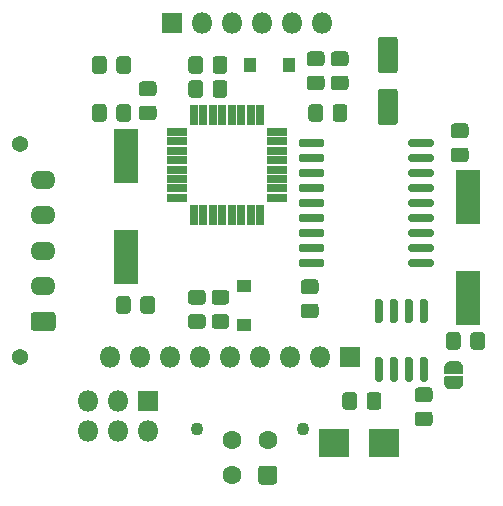
<source format=gbr>
%TF.GenerationSoftware,KiCad,Pcbnew,(5.1.6-0-10_14)*%
%TF.CreationDate,2021-01-24T21:36:40+01:00*%
%TF.ProjectId,CAN_Display,43414e5f-4469-4737-906c-61792e6b6963,rev?*%
%TF.SameCoordinates,Original*%
%TF.FileFunction,Soldermask,Top*%
%TF.FilePolarity,Negative*%
%FSLAX46Y46*%
G04 Gerber Fmt 4.6, Leading zero omitted, Abs format (unit mm)*
G04 Created by KiCad (PCBNEW (5.1.6-0-10_14)) date 2021-01-24 21:36:40*
%MOMM*%
%LPD*%
G01*
G04 APERTURE LIST*
%ADD10R,2.600000X2.400000*%
%ADD11O,1.800000X1.800000*%
%ADD12R,1.800000X1.800000*%
%ADD13C,0.100000*%
%ADD14R,1.300000X1.000000*%
%ADD15R,1.000000X1.300000*%
%ADD16C,1.600000*%
%ADD17C,1.100000*%
%ADD18O,2.120000X1.600000*%
%ADD19C,1.370000*%
%ADD20R,0.650000X1.700000*%
%ADD21R,1.700000X0.650000*%
%ADD22R,2.100000X4.600000*%
G04 APERTURE END LIST*
D10*
%TO.C,D1*%
X168892000Y-108204000D03*
X164592000Y-108204000D03*
%TD*%
%TO.C,C9*%
G36*
G01*
X168579625Y-78206000D02*
X169748375Y-78206000D01*
G75*
G02*
X170014000Y-78471625I0J-265625D01*
G01*
X170014000Y-81040375D01*
G75*
G02*
X169748375Y-81306000I-265625J0D01*
G01*
X168579625Y-81306000D01*
G75*
G02*
X168314000Y-81040375I0J265625D01*
G01*
X168314000Y-78471625D01*
G75*
G02*
X168579625Y-78206000I265625J0D01*
G01*
G37*
G36*
G01*
X168579625Y-73806000D02*
X169748375Y-73806000D01*
G75*
G02*
X170014000Y-74071625I0J-265625D01*
G01*
X170014000Y-76640375D01*
G75*
G02*
X169748375Y-76906000I-265625J0D01*
G01*
X168579625Y-76906000D01*
G75*
G02*
X168314000Y-76640375I0J265625D01*
G01*
X168314000Y-74071625D01*
G75*
G02*
X168579625Y-73806000I265625J0D01*
G01*
G37*
%TD*%
D11*
%TO.C,J5*%
X143764000Y-107188000D03*
X143764000Y-104648000D03*
X146304000Y-107188000D03*
X146304000Y-104648000D03*
X148844000Y-107188000D03*
D12*
X148844000Y-104648000D03*
%TD*%
D11*
%TO.C,J4*%
X163576000Y-72644000D03*
X161036000Y-72644000D03*
X158496000Y-72644000D03*
X155956000Y-72644000D03*
X153416000Y-72644000D03*
D12*
X150876000Y-72644000D03*
%TD*%
D11*
%TO.C,J1*%
X145680000Y-100920000D03*
X148220000Y-100920000D03*
X150760000Y-100920000D03*
X153300000Y-100920000D03*
X155840000Y-100920000D03*
X158380000Y-100920000D03*
X160920000Y-100920000D03*
X163460000Y-100920000D03*
D12*
X166000000Y-100920000D03*
%TD*%
%TO.C,R6*%
G36*
G01*
X162589738Y-77099000D02*
X163546262Y-77099000D01*
G75*
G02*
X163818000Y-77370738I0J-271738D01*
G01*
X163818000Y-78077262D01*
G75*
G02*
X163546262Y-78349000I-271738J0D01*
G01*
X162589738Y-78349000D01*
G75*
G02*
X162318000Y-78077262I0J271738D01*
G01*
X162318000Y-77370738D01*
G75*
G02*
X162589738Y-77099000I271738J0D01*
G01*
G37*
G36*
G01*
X162589738Y-75049000D02*
X163546262Y-75049000D01*
G75*
G02*
X163818000Y-75320738I0J-271738D01*
G01*
X163818000Y-76027262D01*
G75*
G02*
X163546262Y-76299000I-271738J0D01*
G01*
X162589738Y-76299000D01*
G75*
G02*
X162318000Y-76027262I0J271738D01*
G01*
X162318000Y-75320738D01*
G75*
G02*
X162589738Y-75049000I271738J0D01*
G01*
G37*
%TD*%
%TO.C,R5*%
G36*
G01*
X164621738Y-77099000D02*
X165578262Y-77099000D01*
G75*
G02*
X165850000Y-77370738I0J-271738D01*
G01*
X165850000Y-78077262D01*
G75*
G02*
X165578262Y-78349000I-271738J0D01*
G01*
X164621738Y-78349000D01*
G75*
G02*
X164350000Y-78077262I0J271738D01*
G01*
X164350000Y-77370738D01*
G75*
G02*
X164621738Y-77099000I271738J0D01*
G01*
G37*
G36*
G01*
X164621738Y-75049000D02*
X165578262Y-75049000D01*
G75*
G02*
X165850000Y-75320738I0J-271738D01*
G01*
X165850000Y-76027262D01*
G75*
G02*
X165578262Y-76299000I-271738J0D01*
G01*
X164621738Y-76299000D01*
G75*
G02*
X164350000Y-76027262I0J271738D01*
G01*
X164350000Y-75320738D01*
G75*
G02*
X164621738Y-75049000I271738J0D01*
G01*
G37*
%TD*%
%TO.C,R4*%
G36*
G01*
X154521738Y-97295000D02*
X155478262Y-97295000D01*
G75*
G02*
X155750000Y-97566738I0J-271738D01*
G01*
X155750000Y-98273262D01*
G75*
G02*
X155478262Y-98545000I-271738J0D01*
G01*
X154521738Y-98545000D01*
G75*
G02*
X154250000Y-98273262I0J271738D01*
G01*
X154250000Y-97566738D01*
G75*
G02*
X154521738Y-97295000I271738J0D01*
G01*
G37*
G36*
G01*
X154521738Y-95245000D02*
X155478262Y-95245000D01*
G75*
G02*
X155750000Y-95516738I0J-271738D01*
G01*
X155750000Y-96223262D01*
G75*
G02*
X155478262Y-96495000I-271738J0D01*
G01*
X154521738Y-96495000D01*
G75*
G02*
X154250000Y-96223262I0J271738D01*
G01*
X154250000Y-95516738D01*
G75*
G02*
X154521738Y-95245000I271738J0D01*
G01*
G37*
%TD*%
%TO.C,R2*%
G36*
G01*
X171733738Y-105547000D02*
X172690262Y-105547000D01*
G75*
G02*
X172962000Y-105818738I0J-271738D01*
G01*
X172962000Y-106525262D01*
G75*
G02*
X172690262Y-106797000I-271738J0D01*
G01*
X171733738Y-106797000D01*
G75*
G02*
X171462000Y-106525262I0J271738D01*
G01*
X171462000Y-105818738D01*
G75*
G02*
X171733738Y-105547000I271738J0D01*
G01*
G37*
G36*
G01*
X171733738Y-103497000D02*
X172690262Y-103497000D01*
G75*
G02*
X172962000Y-103768738I0J-271738D01*
G01*
X172962000Y-104475262D01*
G75*
G02*
X172690262Y-104747000I-271738J0D01*
G01*
X171733738Y-104747000D01*
G75*
G02*
X171462000Y-104475262I0J271738D01*
G01*
X171462000Y-103768738D01*
G75*
G02*
X171733738Y-103497000I271738J0D01*
G01*
G37*
%TD*%
%TO.C,R1*%
G36*
G01*
X154333000Y-76678262D02*
X154333000Y-75721738D01*
G75*
G02*
X154604738Y-75450000I271738J0D01*
G01*
X155311262Y-75450000D01*
G75*
G02*
X155583000Y-75721738I0J-271738D01*
G01*
X155583000Y-76678262D01*
G75*
G02*
X155311262Y-76950000I-271738J0D01*
G01*
X154604738Y-76950000D01*
G75*
G02*
X154333000Y-76678262I0J271738D01*
G01*
G37*
G36*
G01*
X152283000Y-76678262D02*
X152283000Y-75721738D01*
G75*
G02*
X152554738Y-75450000I271738J0D01*
G01*
X153261262Y-75450000D01*
G75*
G02*
X153533000Y-75721738I0J-271738D01*
G01*
X153533000Y-76678262D01*
G75*
G02*
X153261262Y-76950000I-271738J0D01*
G01*
X152554738Y-76950000D01*
G75*
G02*
X152283000Y-76678262I0J271738D01*
G01*
G37*
%TD*%
D13*
%TO.C,JP1*%
G36*
X173952602Y-101817889D02*
G01*
X173952602Y-101799466D01*
X173952843Y-101794565D01*
X173957653Y-101745734D01*
X173958373Y-101740881D01*
X173967945Y-101692756D01*
X173969137Y-101687995D01*
X173983381Y-101641040D01*
X173985034Y-101636421D01*
X174003811Y-101591088D01*
X174005909Y-101586651D01*
X174029040Y-101543378D01*
X174031562Y-101539171D01*
X174058822Y-101498372D01*
X174061746Y-101494430D01*
X174092874Y-101456501D01*
X174096169Y-101452866D01*
X174130866Y-101418169D01*
X174134501Y-101414874D01*
X174172430Y-101383746D01*
X174176372Y-101380822D01*
X174217171Y-101353562D01*
X174221378Y-101351040D01*
X174264651Y-101327909D01*
X174269088Y-101325811D01*
X174314421Y-101307034D01*
X174319040Y-101305381D01*
X174365995Y-101291137D01*
X174370756Y-101289945D01*
X174418881Y-101280373D01*
X174423734Y-101279653D01*
X174472565Y-101274843D01*
X174477466Y-101274602D01*
X174495889Y-101274602D01*
X174502000Y-101274000D01*
X175002000Y-101274000D01*
X175008111Y-101274602D01*
X175026534Y-101274602D01*
X175031435Y-101274843D01*
X175080266Y-101279653D01*
X175085119Y-101280373D01*
X175133244Y-101289945D01*
X175138005Y-101291137D01*
X175184960Y-101305381D01*
X175189579Y-101307034D01*
X175234912Y-101325811D01*
X175239349Y-101327909D01*
X175282622Y-101351040D01*
X175286829Y-101353562D01*
X175327628Y-101380822D01*
X175331570Y-101383746D01*
X175369499Y-101414874D01*
X175373134Y-101418169D01*
X175407831Y-101452866D01*
X175411126Y-101456501D01*
X175442254Y-101494430D01*
X175445178Y-101498372D01*
X175472438Y-101539171D01*
X175474960Y-101543378D01*
X175498091Y-101586651D01*
X175500189Y-101591088D01*
X175518966Y-101636421D01*
X175520619Y-101641040D01*
X175534863Y-101687995D01*
X175536055Y-101692756D01*
X175545627Y-101740881D01*
X175546347Y-101745734D01*
X175551157Y-101794565D01*
X175551398Y-101799466D01*
X175551398Y-101817889D01*
X175552000Y-101824000D01*
X175552000Y-102324000D01*
X175551039Y-102333755D01*
X175548194Y-102343134D01*
X175543573Y-102351779D01*
X175537355Y-102359355D01*
X175529779Y-102365573D01*
X175521134Y-102370194D01*
X175511755Y-102373039D01*
X175502000Y-102374000D01*
X174002000Y-102374000D01*
X173992245Y-102373039D01*
X173982866Y-102370194D01*
X173974221Y-102365573D01*
X173966645Y-102359355D01*
X173960427Y-102351779D01*
X173955806Y-102343134D01*
X173952961Y-102333755D01*
X173952000Y-102324000D01*
X173952000Y-101824000D01*
X173952602Y-101817889D01*
G37*
G36*
X173952961Y-102614245D02*
G01*
X173955806Y-102604866D01*
X173960427Y-102596221D01*
X173966645Y-102588645D01*
X173974221Y-102582427D01*
X173982866Y-102577806D01*
X173992245Y-102574961D01*
X174002000Y-102574000D01*
X175502000Y-102574000D01*
X175511755Y-102574961D01*
X175521134Y-102577806D01*
X175529779Y-102582427D01*
X175537355Y-102588645D01*
X175543573Y-102596221D01*
X175548194Y-102604866D01*
X175551039Y-102614245D01*
X175552000Y-102624000D01*
X175552000Y-103124000D01*
X175551398Y-103130111D01*
X175551398Y-103148534D01*
X175551157Y-103153435D01*
X175546347Y-103202266D01*
X175545627Y-103207119D01*
X175536055Y-103255244D01*
X175534863Y-103260005D01*
X175520619Y-103306960D01*
X175518966Y-103311579D01*
X175500189Y-103356912D01*
X175498091Y-103361349D01*
X175474960Y-103404622D01*
X175472438Y-103408829D01*
X175445178Y-103449628D01*
X175442254Y-103453570D01*
X175411126Y-103491499D01*
X175407831Y-103495134D01*
X175373134Y-103529831D01*
X175369499Y-103533126D01*
X175331570Y-103564254D01*
X175327628Y-103567178D01*
X175286829Y-103594438D01*
X175282622Y-103596960D01*
X175239349Y-103620091D01*
X175234912Y-103622189D01*
X175189579Y-103640966D01*
X175184960Y-103642619D01*
X175138005Y-103656863D01*
X175133244Y-103658055D01*
X175085119Y-103667627D01*
X175080266Y-103668347D01*
X175031435Y-103673157D01*
X175026534Y-103673398D01*
X175008111Y-103673398D01*
X175002000Y-103674000D01*
X174502000Y-103674000D01*
X174495889Y-103673398D01*
X174477466Y-103673398D01*
X174472565Y-103673157D01*
X174423734Y-103668347D01*
X174418881Y-103667627D01*
X174370756Y-103658055D01*
X174365995Y-103656863D01*
X174319040Y-103642619D01*
X174314421Y-103640966D01*
X174269088Y-103622189D01*
X174264651Y-103620091D01*
X174221378Y-103596960D01*
X174217171Y-103594438D01*
X174176372Y-103567178D01*
X174172430Y-103564254D01*
X174134501Y-103533126D01*
X174130866Y-103529831D01*
X174096169Y-103495134D01*
X174092874Y-103491499D01*
X174061746Y-103453570D01*
X174058822Y-103449628D01*
X174031562Y-103408829D01*
X174029040Y-103404622D01*
X174005909Y-103361349D01*
X174003811Y-103356912D01*
X173985034Y-103311579D01*
X173983381Y-103306960D01*
X173969137Y-103260005D01*
X173967945Y-103255244D01*
X173958373Y-103207119D01*
X173957653Y-103202266D01*
X173952843Y-103153435D01*
X173952602Y-103148534D01*
X173952602Y-103130111D01*
X173952000Y-103124000D01*
X173952000Y-102624000D01*
X173952961Y-102614245D01*
G37*
%TD*%
D14*
%TO.C,D4*%
X157000000Y-94920000D03*
X157000000Y-98220000D03*
%TD*%
D15*
%TO.C,D3*%
X157480000Y-76200000D03*
X160780000Y-76200000D03*
%TD*%
%TO.C,C14*%
G36*
G01*
X152521738Y-97295000D02*
X153478262Y-97295000D01*
G75*
G02*
X153750000Y-97566738I0J-271738D01*
G01*
X153750000Y-98273262D01*
G75*
G02*
X153478262Y-98545000I-271738J0D01*
G01*
X152521738Y-98545000D01*
G75*
G02*
X152250000Y-98273262I0J271738D01*
G01*
X152250000Y-97566738D01*
G75*
G02*
X152521738Y-97295000I271738J0D01*
G01*
G37*
G36*
G01*
X152521738Y-95245000D02*
X153478262Y-95245000D01*
G75*
G02*
X153750000Y-95516738I0J-271738D01*
G01*
X153750000Y-96223262D01*
G75*
G02*
X153478262Y-96495000I-271738J0D01*
G01*
X152521738Y-96495000D01*
G75*
G02*
X152250000Y-96223262I0J271738D01*
G01*
X152250000Y-95516738D01*
G75*
G02*
X152521738Y-95245000I271738J0D01*
G01*
G37*
%TD*%
%TO.C,C12*%
G36*
G01*
X154333000Y-78710262D02*
X154333000Y-77753738D01*
G75*
G02*
X154604738Y-77482000I271738J0D01*
G01*
X155311262Y-77482000D01*
G75*
G02*
X155583000Y-77753738I0J-271738D01*
G01*
X155583000Y-78710262D01*
G75*
G02*
X155311262Y-78982000I-271738J0D01*
G01*
X154604738Y-78982000D01*
G75*
G02*
X154333000Y-78710262I0J271738D01*
G01*
G37*
G36*
G01*
X152283000Y-78710262D02*
X152283000Y-77753738D01*
G75*
G02*
X152554738Y-77482000I271738J0D01*
G01*
X153261262Y-77482000D01*
G75*
G02*
X153533000Y-77753738I0J-271738D01*
G01*
X153533000Y-78710262D01*
G75*
G02*
X153261262Y-78982000I-271738J0D01*
G01*
X152554738Y-78982000D01*
G75*
G02*
X152283000Y-78710262I0J271738D01*
G01*
G37*
%TD*%
%TO.C,C11*%
G36*
G01*
X164493000Y-80742262D02*
X164493000Y-79785738D01*
G75*
G02*
X164764738Y-79514000I271738J0D01*
G01*
X165471262Y-79514000D01*
G75*
G02*
X165743000Y-79785738I0J-271738D01*
G01*
X165743000Y-80742262D01*
G75*
G02*
X165471262Y-81014000I-271738J0D01*
G01*
X164764738Y-81014000D01*
G75*
G02*
X164493000Y-80742262I0J271738D01*
G01*
G37*
G36*
G01*
X162443000Y-80742262D02*
X162443000Y-79785738D01*
G75*
G02*
X162714738Y-79514000I271738J0D01*
G01*
X163421262Y-79514000D01*
G75*
G02*
X163693000Y-79785738I0J-271738D01*
G01*
X163693000Y-80742262D01*
G75*
G02*
X163421262Y-81014000I-271738J0D01*
G01*
X162714738Y-81014000D01*
G75*
G02*
X162443000Y-80742262I0J271738D01*
G01*
G37*
%TD*%
%TO.C,C8*%
G36*
G01*
X167375000Y-105126262D02*
X167375000Y-104169738D01*
G75*
G02*
X167646738Y-103898000I271738J0D01*
G01*
X168353262Y-103898000D01*
G75*
G02*
X168625000Y-104169738I0J-271738D01*
G01*
X168625000Y-105126262D01*
G75*
G02*
X168353262Y-105398000I-271738J0D01*
G01*
X167646738Y-105398000D01*
G75*
G02*
X167375000Y-105126262I0J271738D01*
G01*
G37*
G36*
G01*
X165325000Y-105126262D02*
X165325000Y-104169738D01*
G75*
G02*
X165596738Y-103898000I271738J0D01*
G01*
X166303262Y-103898000D01*
G75*
G02*
X166575000Y-104169738I0J-271738D01*
G01*
X166575000Y-105126262D01*
G75*
G02*
X166303262Y-105398000I-271738J0D01*
G01*
X165596738Y-105398000D01*
G75*
G02*
X165325000Y-105126262I0J271738D01*
G01*
G37*
%TD*%
%TO.C,C7*%
G36*
G01*
X163038262Y-95603000D02*
X162081738Y-95603000D01*
G75*
G02*
X161810000Y-95331262I0J271738D01*
G01*
X161810000Y-94624738D01*
G75*
G02*
X162081738Y-94353000I271738J0D01*
G01*
X163038262Y-94353000D01*
G75*
G02*
X163310000Y-94624738I0J-271738D01*
G01*
X163310000Y-95331262D01*
G75*
G02*
X163038262Y-95603000I-271738J0D01*
G01*
G37*
G36*
G01*
X163038262Y-97653000D02*
X162081738Y-97653000D01*
G75*
G02*
X161810000Y-97381262I0J271738D01*
G01*
X161810000Y-96674738D01*
G75*
G02*
X162081738Y-96403000I271738J0D01*
G01*
X163038262Y-96403000D01*
G75*
G02*
X163310000Y-96674738I0J-271738D01*
G01*
X163310000Y-97381262D01*
G75*
G02*
X163038262Y-97653000I-271738J0D01*
G01*
G37*
%TD*%
%TO.C,C6*%
G36*
G01*
X149322262Y-78839000D02*
X148365738Y-78839000D01*
G75*
G02*
X148094000Y-78567262I0J271738D01*
G01*
X148094000Y-77860738D01*
G75*
G02*
X148365738Y-77589000I271738J0D01*
G01*
X149322262Y-77589000D01*
G75*
G02*
X149594000Y-77860738I0J-271738D01*
G01*
X149594000Y-78567262D01*
G75*
G02*
X149322262Y-78839000I-271738J0D01*
G01*
G37*
G36*
G01*
X149322262Y-80889000D02*
X148365738Y-80889000D01*
G75*
G02*
X148094000Y-80617262I0J271738D01*
G01*
X148094000Y-79910738D01*
G75*
G02*
X148365738Y-79639000I271738J0D01*
G01*
X149322262Y-79639000D01*
G75*
G02*
X149594000Y-79910738I0J-271738D01*
G01*
X149594000Y-80617262D01*
G75*
G02*
X149322262Y-80889000I-271738J0D01*
G01*
G37*
%TD*%
%TO.C,C5*%
G36*
G01*
X146187000Y-76678262D02*
X146187000Y-75721738D01*
G75*
G02*
X146458738Y-75450000I271738J0D01*
G01*
X147165262Y-75450000D01*
G75*
G02*
X147437000Y-75721738I0J-271738D01*
G01*
X147437000Y-76678262D01*
G75*
G02*
X147165262Y-76950000I-271738J0D01*
G01*
X146458738Y-76950000D01*
G75*
G02*
X146187000Y-76678262I0J271738D01*
G01*
G37*
G36*
G01*
X144137000Y-76678262D02*
X144137000Y-75721738D01*
G75*
G02*
X144408738Y-75450000I271738J0D01*
G01*
X145115262Y-75450000D01*
G75*
G02*
X145387000Y-75721738I0J-271738D01*
G01*
X145387000Y-76678262D01*
G75*
G02*
X145115262Y-76950000I-271738J0D01*
G01*
X144408738Y-76950000D01*
G75*
G02*
X144137000Y-76678262I0J271738D01*
G01*
G37*
%TD*%
%TO.C,C4*%
G36*
G01*
X176159000Y-100046262D02*
X176159000Y-99089738D01*
G75*
G02*
X176430738Y-98818000I271738J0D01*
G01*
X177137262Y-98818000D01*
G75*
G02*
X177409000Y-99089738I0J-271738D01*
G01*
X177409000Y-100046262D01*
G75*
G02*
X177137262Y-100318000I-271738J0D01*
G01*
X176430738Y-100318000D01*
G75*
G02*
X176159000Y-100046262I0J271738D01*
G01*
G37*
G36*
G01*
X174109000Y-100046262D02*
X174109000Y-99089738D01*
G75*
G02*
X174380738Y-98818000I271738J0D01*
G01*
X175087262Y-98818000D01*
G75*
G02*
X175359000Y-99089738I0J-271738D01*
G01*
X175359000Y-100046262D01*
G75*
G02*
X175087262Y-100318000I-271738J0D01*
G01*
X174380738Y-100318000D01*
G75*
G02*
X174109000Y-100046262I0J271738D01*
G01*
G37*
%TD*%
%TO.C,C3*%
G36*
G01*
X175738262Y-82395000D02*
X174781738Y-82395000D01*
G75*
G02*
X174510000Y-82123262I0J271738D01*
G01*
X174510000Y-81416738D01*
G75*
G02*
X174781738Y-81145000I271738J0D01*
G01*
X175738262Y-81145000D01*
G75*
G02*
X176010000Y-81416738I0J-271738D01*
G01*
X176010000Y-82123262D01*
G75*
G02*
X175738262Y-82395000I-271738J0D01*
G01*
G37*
G36*
G01*
X175738262Y-84445000D02*
X174781738Y-84445000D01*
G75*
G02*
X174510000Y-84173262I0J271738D01*
G01*
X174510000Y-83466738D01*
G75*
G02*
X174781738Y-83195000I271738J0D01*
G01*
X175738262Y-83195000D01*
G75*
G02*
X176010000Y-83466738I0J-271738D01*
G01*
X176010000Y-84173262D01*
G75*
G02*
X175738262Y-84445000I-271738J0D01*
G01*
G37*
%TD*%
%TO.C,C2*%
G36*
G01*
X147419000Y-96041738D02*
X147419000Y-96998262D01*
G75*
G02*
X147147262Y-97270000I-271738J0D01*
G01*
X146440738Y-97270000D01*
G75*
G02*
X146169000Y-96998262I0J271738D01*
G01*
X146169000Y-96041738D01*
G75*
G02*
X146440738Y-95770000I271738J0D01*
G01*
X147147262Y-95770000D01*
G75*
G02*
X147419000Y-96041738I0J-271738D01*
G01*
G37*
G36*
G01*
X149469000Y-96041738D02*
X149469000Y-96998262D01*
G75*
G02*
X149197262Y-97270000I-271738J0D01*
G01*
X148490738Y-97270000D01*
G75*
G02*
X148219000Y-96998262I0J271738D01*
G01*
X148219000Y-96041738D01*
G75*
G02*
X148490738Y-95770000I271738J0D01*
G01*
X149197262Y-95770000D01*
G75*
G02*
X149469000Y-96041738I0J-271738D01*
G01*
G37*
%TD*%
%TO.C,C1*%
G36*
G01*
X145387000Y-79785738D02*
X145387000Y-80742262D01*
G75*
G02*
X145115262Y-81014000I-271738J0D01*
G01*
X144408738Y-81014000D01*
G75*
G02*
X144137000Y-80742262I0J271738D01*
G01*
X144137000Y-79785738D01*
G75*
G02*
X144408738Y-79514000I271738J0D01*
G01*
X145115262Y-79514000D01*
G75*
G02*
X145387000Y-79785738I0J-271738D01*
G01*
G37*
G36*
G01*
X147437000Y-79785738D02*
X147437000Y-80742262D01*
G75*
G02*
X147165262Y-81014000I-271738J0D01*
G01*
X146458738Y-81014000D01*
G75*
G02*
X146187000Y-80742262I0J271738D01*
G01*
X146187000Y-79785738D01*
G75*
G02*
X146458738Y-79514000I271738J0D01*
G01*
X147165262Y-79514000D01*
G75*
G02*
X147437000Y-79785738I0J-271738D01*
G01*
G37*
%TD*%
%TO.C,U3*%
G36*
G01*
X172037000Y-100953000D02*
X172387000Y-100953000D01*
G75*
G02*
X172562000Y-101128000I0J-175000D01*
G01*
X172562000Y-102828000D01*
G75*
G02*
X172387000Y-103003000I-175000J0D01*
G01*
X172037000Y-103003000D01*
G75*
G02*
X171862000Y-102828000I0J175000D01*
G01*
X171862000Y-101128000D01*
G75*
G02*
X172037000Y-100953000I175000J0D01*
G01*
G37*
G36*
G01*
X170767000Y-100953000D02*
X171117000Y-100953000D01*
G75*
G02*
X171292000Y-101128000I0J-175000D01*
G01*
X171292000Y-102828000D01*
G75*
G02*
X171117000Y-103003000I-175000J0D01*
G01*
X170767000Y-103003000D01*
G75*
G02*
X170592000Y-102828000I0J175000D01*
G01*
X170592000Y-101128000D01*
G75*
G02*
X170767000Y-100953000I175000J0D01*
G01*
G37*
G36*
G01*
X169497000Y-100953000D02*
X169847000Y-100953000D01*
G75*
G02*
X170022000Y-101128000I0J-175000D01*
G01*
X170022000Y-102828000D01*
G75*
G02*
X169847000Y-103003000I-175000J0D01*
G01*
X169497000Y-103003000D01*
G75*
G02*
X169322000Y-102828000I0J175000D01*
G01*
X169322000Y-101128000D01*
G75*
G02*
X169497000Y-100953000I175000J0D01*
G01*
G37*
G36*
G01*
X168227000Y-100953000D02*
X168577000Y-100953000D01*
G75*
G02*
X168752000Y-101128000I0J-175000D01*
G01*
X168752000Y-102828000D01*
G75*
G02*
X168577000Y-103003000I-175000J0D01*
G01*
X168227000Y-103003000D01*
G75*
G02*
X168052000Y-102828000I0J175000D01*
G01*
X168052000Y-101128000D01*
G75*
G02*
X168227000Y-100953000I175000J0D01*
G01*
G37*
G36*
G01*
X168227000Y-96003000D02*
X168577000Y-96003000D01*
G75*
G02*
X168752000Y-96178000I0J-175000D01*
G01*
X168752000Y-97878000D01*
G75*
G02*
X168577000Y-98053000I-175000J0D01*
G01*
X168227000Y-98053000D01*
G75*
G02*
X168052000Y-97878000I0J175000D01*
G01*
X168052000Y-96178000D01*
G75*
G02*
X168227000Y-96003000I175000J0D01*
G01*
G37*
G36*
G01*
X169497000Y-96003000D02*
X169847000Y-96003000D01*
G75*
G02*
X170022000Y-96178000I0J-175000D01*
G01*
X170022000Y-97878000D01*
G75*
G02*
X169847000Y-98053000I-175000J0D01*
G01*
X169497000Y-98053000D01*
G75*
G02*
X169322000Y-97878000I0J175000D01*
G01*
X169322000Y-96178000D01*
G75*
G02*
X169497000Y-96003000I175000J0D01*
G01*
G37*
G36*
G01*
X170767000Y-96003000D02*
X171117000Y-96003000D01*
G75*
G02*
X171292000Y-96178000I0J-175000D01*
G01*
X171292000Y-97878000D01*
G75*
G02*
X171117000Y-98053000I-175000J0D01*
G01*
X170767000Y-98053000D01*
G75*
G02*
X170592000Y-97878000I0J175000D01*
G01*
X170592000Y-96178000D01*
G75*
G02*
X170767000Y-96003000I175000J0D01*
G01*
G37*
G36*
G01*
X172037000Y-96003000D02*
X172387000Y-96003000D01*
G75*
G02*
X172562000Y-96178000I0J-175000D01*
G01*
X172562000Y-97878000D01*
G75*
G02*
X172387000Y-98053000I-175000J0D01*
G01*
X172037000Y-98053000D01*
G75*
G02*
X171862000Y-97878000I0J175000D01*
G01*
X171862000Y-96178000D01*
G75*
G02*
X172037000Y-96003000I175000J0D01*
G01*
G37*
%TD*%
%TO.C,U2*%
G36*
G01*
X163775000Y-92789000D02*
X163775000Y-93139000D01*
G75*
G02*
X163600000Y-93314000I-175000J0D01*
G01*
X161800000Y-93314000D01*
G75*
G02*
X161625000Y-93139000I0J175000D01*
G01*
X161625000Y-92789000D01*
G75*
G02*
X161800000Y-92614000I175000J0D01*
G01*
X163600000Y-92614000D01*
G75*
G02*
X163775000Y-92789000I0J-175000D01*
G01*
G37*
G36*
G01*
X163775000Y-91519000D02*
X163775000Y-91869000D01*
G75*
G02*
X163600000Y-92044000I-175000J0D01*
G01*
X161800000Y-92044000D01*
G75*
G02*
X161625000Y-91869000I0J175000D01*
G01*
X161625000Y-91519000D01*
G75*
G02*
X161800000Y-91344000I175000J0D01*
G01*
X163600000Y-91344000D01*
G75*
G02*
X163775000Y-91519000I0J-175000D01*
G01*
G37*
G36*
G01*
X163775000Y-90249000D02*
X163775000Y-90599000D01*
G75*
G02*
X163600000Y-90774000I-175000J0D01*
G01*
X161800000Y-90774000D01*
G75*
G02*
X161625000Y-90599000I0J175000D01*
G01*
X161625000Y-90249000D01*
G75*
G02*
X161800000Y-90074000I175000J0D01*
G01*
X163600000Y-90074000D01*
G75*
G02*
X163775000Y-90249000I0J-175000D01*
G01*
G37*
G36*
G01*
X163775000Y-88979000D02*
X163775000Y-89329000D01*
G75*
G02*
X163600000Y-89504000I-175000J0D01*
G01*
X161800000Y-89504000D01*
G75*
G02*
X161625000Y-89329000I0J175000D01*
G01*
X161625000Y-88979000D01*
G75*
G02*
X161800000Y-88804000I175000J0D01*
G01*
X163600000Y-88804000D01*
G75*
G02*
X163775000Y-88979000I0J-175000D01*
G01*
G37*
G36*
G01*
X163775000Y-87709000D02*
X163775000Y-88059000D01*
G75*
G02*
X163600000Y-88234000I-175000J0D01*
G01*
X161800000Y-88234000D01*
G75*
G02*
X161625000Y-88059000I0J175000D01*
G01*
X161625000Y-87709000D01*
G75*
G02*
X161800000Y-87534000I175000J0D01*
G01*
X163600000Y-87534000D01*
G75*
G02*
X163775000Y-87709000I0J-175000D01*
G01*
G37*
G36*
G01*
X163775000Y-86439000D02*
X163775000Y-86789000D01*
G75*
G02*
X163600000Y-86964000I-175000J0D01*
G01*
X161800000Y-86964000D01*
G75*
G02*
X161625000Y-86789000I0J175000D01*
G01*
X161625000Y-86439000D01*
G75*
G02*
X161800000Y-86264000I175000J0D01*
G01*
X163600000Y-86264000D01*
G75*
G02*
X163775000Y-86439000I0J-175000D01*
G01*
G37*
G36*
G01*
X163775000Y-85169000D02*
X163775000Y-85519000D01*
G75*
G02*
X163600000Y-85694000I-175000J0D01*
G01*
X161800000Y-85694000D01*
G75*
G02*
X161625000Y-85519000I0J175000D01*
G01*
X161625000Y-85169000D01*
G75*
G02*
X161800000Y-84994000I175000J0D01*
G01*
X163600000Y-84994000D01*
G75*
G02*
X163775000Y-85169000I0J-175000D01*
G01*
G37*
G36*
G01*
X163775000Y-83899000D02*
X163775000Y-84249000D01*
G75*
G02*
X163600000Y-84424000I-175000J0D01*
G01*
X161800000Y-84424000D01*
G75*
G02*
X161625000Y-84249000I0J175000D01*
G01*
X161625000Y-83899000D01*
G75*
G02*
X161800000Y-83724000I175000J0D01*
G01*
X163600000Y-83724000D01*
G75*
G02*
X163775000Y-83899000I0J-175000D01*
G01*
G37*
G36*
G01*
X163775000Y-82629000D02*
X163775000Y-82979000D01*
G75*
G02*
X163600000Y-83154000I-175000J0D01*
G01*
X161800000Y-83154000D01*
G75*
G02*
X161625000Y-82979000I0J175000D01*
G01*
X161625000Y-82629000D01*
G75*
G02*
X161800000Y-82454000I175000J0D01*
G01*
X163600000Y-82454000D01*
G75*
G02*
X163775000Y-82629000I0J-175000D01*
G01*
G37*
G36*
G01*
X173075000Y-82629000D02*
X173075000Y-82979000D01*
G75*
G02*
X172900000Y-83154000I-175000J0D01*
G01*
X171100000Y-83154000D01*
G75*
G02*
X170925000Y-82979000I0J175000D01*
G01*
X170925000Y-82629000D01*
G75*
G02*
X171100000Y-82454000I175000J0D01*
G01*
X172900000Y-82454000D01*
G75*
G02*
X173075000Y-82629000I0J-175000D01*
G01*
G37*
G36*
G01*
X173075000Y-83899000D02*
X173075000Y-84249000D01*
G75*
G02*
X172900000Y-84424000I-175000J0D01*
G01*
X171100000Y-84424000D01*
G75*
G02*
X170925000Y-84249000I0J175000D01*
G01*
X170925000Y-83899000D01*
G75*
G02*
X171100000Y-83724000I175000J0D01*
G01*
X172900000Y-83724000D01*
G75*
G02*
X173075000Y-83899000I0J-175000D01*
G01*
G37*
G36*
G01*
X173075000Y-85169000D02*
X173075000Y-85519000D01*
G75*
G02*
X172900000Y-85694000I-175000J0D01*
G01*
X171100000Y-85694000D01*
G75*
G02*
X170925000Y-85519000I0J175000D01*
G01*
X170925000Y-85169000D01*
G75*
G02*
X171100000Y-84994000I175000J0D01*
G01*
X172900000Y-84994000D01*
G75*
G02*
X173075000Y-85169000I0J-175000D01*
G01*
G37*
G36*
G01*
X173075000Y-86439000D02*
X173075000Y-86789000D01*
G75*
G02*
X172900000Y-86964000I-175000J0D01*
G01*
X171100000Y-86964000D01*
G75*
G02*
X170925000Y-86789000I0J175000D01*
G01*
X170925000Y-86439000D01*
G75*
G02*
X171100000Y-86264000I175000J0D01*
G01*
X172900000Y-86264000D01*
G75*
G02*
X173075000Y-86439000I0J-175000D01*
G01*
G37*
G36*
G01*
X173075000Y-87709000D02*
X173075000Y-88059000D01*
G75*
G02*
X172900000Y-88234000I-175000J0D01*
G01*
X171100000Y-88234000D01*
G75*
G02*
X170925000Y-88059000I0J175000D01*
G01*
X170925000Y-87709000D01*
G75*
G02*
X171100000Y-87534000I175000J0D01*
G01*
X172900000Y-87534000D01*
G75*
G02*
X173075000Y-87709000I0J-175000D01*
G01*
G37*
G36*
G01*
X173075000Y-88979000D02*
X173075000Y-89329000D01*
G75*
G02*
X172900000Y-89504000I-175000J0D01*
G01*
X171100000Y-89504000D01*
G75*
G02*
X170925000Y-89329000I0J175000D01*
G01*
X170925000Y-88979000D01*
G75*
G02*
X171100000Y-88804000I175000J0D01*
G01*
X172900000Y-88804000D01*
G75*
G02*
X173075000Y-88979000I0J-175000D01*
G01*
G37*
G36*
G01*
X173075000Y-90249000D02*
X173075000Y-90599000D01*
G75*
G02*
X172900000Y-90774000I-175000J0D01*
G01*
X171100000Y-90774000D01*
G75*
G02*
X170925000Y-90599000I0J175000D01*
G01*
X170925000Y-90249000D01*
G75*
G02*
X171100000Y-90074000I175000J0D01*
G01*
X172900000Y-90074000D01*
G75*
G02*
X173075000Y-90249000I0J-175000D01*
G01*
G37*
G36*
G01*
X173075000Y-91519000D02*
X173075000Y-91869000D01*
G75*
G02*
X172900000Y-92044000I-175000J0D01*
G01*
X171100000Y-92044000D01*
G75*
G02*
X170925000Y-91869000I0J175000D01*
G01*
X170925000Y-91519000D01*
G75*
G02*
X171100000Y-91344000I175000J0D01*
G01*
X172900000Y-91344000D01*
G75*
G02*
X173075000Y-91519000I0J-175000D01*
G01*
G37*
G36*
G01*
X173075000Y-92789000D02*
X173075000Y-93139000D01*
G75*
G02*
X172900000Y-93314000I-175000J0D01*
G01*
X171100000Y-93314000D01*
G75*
G02*
X170925000Y-93139000I0J175000D01*
G01*
X170925000Y-92789000D01*
G75*
G02*
X171100000Y-92614000I175000J0D01*
G01*
X172900000Y-92614000D01*
G75*
G02*
X173075000Y-92789000I0J-175000D01*
G01*
G37*
%TD*%
D16*
%TO.C,J3*%
X156000000Y-107920000D03*
X159000000Y-107920000D03*
X156000000Y-110920000D03*
G36*
G01*
X159800000Y-110386667D02*
X159800000Y-111453333D01*
G75*
G02*
X159533333Y-111720000I-266667J0D01*
G01*
X158466667Y-111720000D01*
G75*
G02*
X158200000Y-111453333I0J266667D01*
G01*
X158200000Y-110386667D01*
G75*
G02*
X158466667Y-110120000I266667J0D01*
G01*
X159533333Y-110120000D01*
G75*
G02*
X159800000Y-110386667I0J-266667D01*
G01*
G37*
D17*
X153000000Y-106980000D03*
X162000000Y-106980000D03*
%TD*%
D18*
%TO.C,J2*%
X140000000Y-85920000D03*
X140000000Y-88920000D03*
X140000000Y-91920000D03*
X140000000Y-94920000D03*
G36*
G01*
X140793333Y-98720000D02*
X139206667Y-98720000D01*
G75*
G02*
X138940000Y-98453333I0J266667D01*
G01*
X138940000Y-97386667D01*
G75*
G02*
X139206667Y-97120000I266667J0D01*
G01*
X140793333Y-97120000D01*
G75*
G02*
X141060000Y-97386667I0J-266667D01*
G01*
X141060000Y-98453333D01*
G75*
G02*
X140793333Y-98720000I-266667J0D01*
G01*
G37*
D19*
X138040000Y-82920000D03*
X138040000Y-100920000D03*
%TD*%
D20*
%TO.C,U1*%
X152756000Y-80400000D03*
X153556000Y-80400000D03*
X154356000Y-80400000D03*
X155156000Y-80400000D03*
X155956000Y-80400000D03*
X156756000Y-80400000D03*
X157556000Y-80400000D03*
X158356000Y-80400000D03*
D21*
X159806000Y-81850000D03*
X159806000Y-82650000D03*
X159806000Y-83450000D03*
X159806000Y-84250000D03*
X159806000Y-85050000D03*
X159806000Y-85850000D03*
X159806000Y-86650000D03*
X159806000Y-87450000D03*
D20*
X158356000Y-88900000D03*
X157556000Y-88900000D03*
X156756000Y-88900000D03*
X155956000Y-88900000D03*
X155156000Y-88900000D03*
X154356000Y-88900000D03*
X153556000Y-88900000D03*
X152756000Y-88900000D03*
D21*
X151306000Y-87450000D03*
X151306000Y-86650000D03*
X151306000Y-85850000D03*
X151306000Y-85050000D03*
X151306000Y-84250000D03*
X151306000Y-83450000D03*
X151306000Y-82650000D03*
X151306000Y-81850000D03*
%TD*%
D22*
%TO.C,Y1*%
X147000000Y-92420000D03*
X147000000Y-83920000D03*
%TD*%
%TO.C,Y2*%
X176000000Y-95920000D03*
X176000000Y-87420000D03*
%TD*%
M02*

</source>
